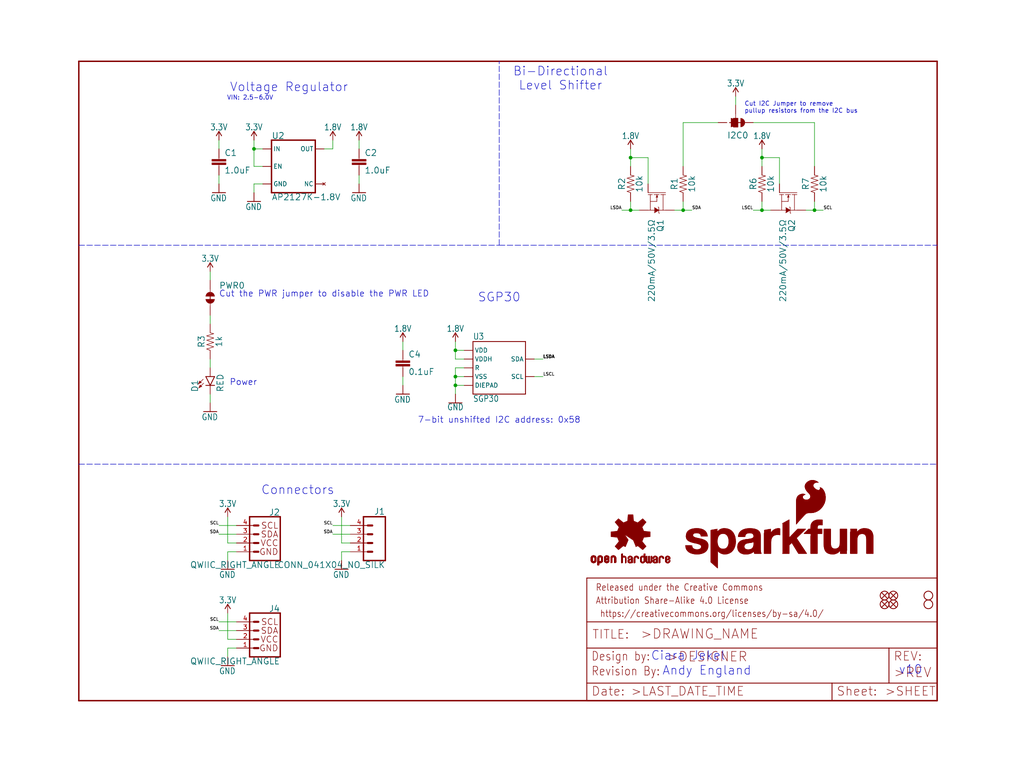
<source format=kicad_sch>
(kicad_sch (version 20211123) (generator eeschema)
  (paper "User" 297.002 223.926)
  (lib_symbols
    (symbol "eagleSchem-eagle-import:0.1UF-0603-25V-(+80{slash}-20%)"
      (property "Reference" "C" (at 1.524 2.921 0))
      (property "Value" "0.1UF-0603-25V-(+80{slash}-20%)" (at 1.524 -2.159 0))
      (symbol "0.1UF-0603-25V-(+80{slash}-20%)_1_0"
        (pin passive line (at 0 5.08 270) (length 2.54) (name "1") (number "1"))
        (pin passive line (at 0 -2.54 90) (length 2.54) (name "2") (number "2"))
      )
    )
    (symbol "eagleSchem-eagle-import:1.0UF-0603-16V-10%"
      (property "Reference" "C" (at 1.524 2.921 0))
      (property "Value" "1.0UF-0603-16V-10%" (at 1.524 -2.159 0))
      (symbol "1.0UF-0603-16V-10%_1_0"
        (pin passive line (at 0 5.08 270) (length 2.54) (name "1") (number "1"))
        (pin passive line (at 0 -2.54 90) (length 2.54) (name "2") (number "2"))
      )
    )
    (symbol "eagleSchem-eagle-import:1.8V" (power)
      (property "Value" "1.8V" (at 0 2.794 0))
      (symbol "1.8V_1_0"
        (pin power_in line (at 0 0 90) (length 2.54) (name "1.8V") (number "1"))
      )
    )
    (symbol "eagleSchem-eagle-import:10KOHM-0603-1{slash}10W-1%"
      (property "Reference" "R" (at 0 1.524 0))
      (property "Value" "10KOHM-0603-1{slash}10W-1%" (at 0 -1.524 0))
      (symbol "10KOHM-0603-1{slash}10W-1%_1_0"
        (pin passive line (at -5.08 0 0) (length 2.54) (name "1") (number "1"))
        (pin passive line (at 5.08 0 180) (length 2.54) (name "2") (number "2"))
      )
    )
    (symbol "eagleSchem-eagle-import:1KOHM-0603-1{slash}10W-1%"
      (property "Reference" "R" (at 0 1.524 0))
      (property "Value" "1KOHM-0603-1{slash}10W-1%" (at 0 -1.524 0))
      (symbol "1KOHM-0603-1{slash}10W-1%_1_0"
        (pin passive line (at -5.08 0 0) (length 2.54) (name "1") (number "1"))
        (pin passive line (at 5.08 0 180) (length 2.54) (name "2") (number "2"))
      )
    )
    (symbol "eagleSchem-eagle-import:3.3V" (power)
      (property "Value" "3.3V" (at 0 2.794 0))
      (symbol "3.3V_1_0"
        (pin power_in line (at 0 0 90) (length 2.54) (name "3.3V") (number "1"))
      )
    )
    (symbol "eagleSchem-eagle-import:CONN_041X04_NO_SILK"
      (property "Reference" "J" (at -5.08 8.128 0))
      (property "Value" "CONN_041X04_NO_SILK" (at -5.08 -7.366 0))
      (symbol "CONN_041X04_NO_SILK_1_0"
        (pin passive line (at 5.08 -2.54 180) (length 5.08) (name "1") (number "1"))
        (pin passive line (at 5.08 0 180) (length 5.08) (name "2") (number "2"))
        (pin passive line (at 5.08 2.54 180) (length 5.08) (name "3") (number "3"))
        (pin passive line (at 5.08 5.08 180) (length 5.08) (name "4") (number "4"))
      )
    )
    (symbol "eagleSchem-eagle-import:FIDUCIALUFIDUCIAL")
    (symbol "eagleSchem-eagle-import:FRAME-LETTER"
      (symbol "FRAME-LETTER_2_0"
        (text " https://creativecommons.org/licenses/by-sa/4.0/" (at 2.54 24.13 0) (effects (font (size 1.9304 1.6408)) (justify left bottom)))
        (text ">DESIGNER" (at 23.114 11.176 0) (effects (font (size 2.7432 2.7432)) (justify left bottom)))
        (text ">DRAWING_NAME" (at 15.494 17.78 0) (effects (font (size 2.7432 2.7432)) (justify left bottom)))
        (text ">LAST_DATE_TIME" (at 12.7 1.27 0) (effects (font (size 2.54 2.54)) (justify left bottom)))
        (text ">REV" (at 88.9 6.604 0) (effects (font (size 2.7432 2.7432)) (justify left bottom)))
        (text ">SHEET" (at 86.36 1.27 0) (effects (font (size 2.54 2.54)) (justify left bottom)))
        (text "Attribution Share-Alike 4.0 License" (at 2.54 27.94 0) (effects (font (size 1.9304 1.6408)) (justify left bottom)))
        (text "Date:" (at 1.27 1.27 0) (effects (font (size 2.54 2.54)) (justify left bottom)))
        (text "Design by:" (at 1.27 11.43 0) (effects (font (size 2.54 2.159)) (justify left bottom)))
        (text "Released under the Creative Commons" (at 2.54 31.75 0) (effects (font (size 1.9304 1.6408)) (justify left bottom)))
        (text "REV:" (at 88.9 11.43 0) (effects (font (size 2.54 2.54)) (justify left bottom)))
        (text "Sheet:" (at 72.39 1.27 0) (effects (font (size 2.54 2.54)) (justify left bottom)))
        (text "TITLE:" (at 1.524 17.78 0) (effects (font (size 2.54 2.54)) (justify left bottom)))
      )
    )
    (symbol "eagleSchem-eagle-import:GND" (power)
      (property "Value" "GND" (at 0 -0.254 0))
      (symbol "GND_1_0"
        (pin power_in line (at 0 2.54 270) (length 2.54) (name "GND") (number "1"))
      )
    )
    (symbol "eagleSchem-eagle-import:JUMPER-SMT_2_NC_TRACE_SILK"
      (property "Reference" "JP" (at -2.54 2.54 0))
      (property "Value" "JUMPER-SMT_2_NC_TRACE_SILK" (at -2.54 -2.54 0))
      (symbol "JUMPER-SMT_2_NC_TRACE_SILK_1_0"
        (pin passive line (at -5.08 0 0) (length 2.54) (name "1") (number "1"))
        (pin passive line (at 5.08 0 180) (length 2.54) (name "2") (number "2"))
      )
    )
    (symbol "eagleSchem-eagle-import:JUMPER-SMT_3_2-NC_TRACE_SILK"
      (property "Reference" "JP" (at 2.54 0.381 0))
      (property "Value" "JUMPER-SMT_3_2-NC_TRACE_SILK" (at 2.54 -0.381 0))
      (symbol "JUMPER-SMT_3_2-NC_TRACE_SILK_1_0"
        (pin passive line (at 0 5.08 270) (length 2.54) (name "1") (number "1"))
        (pin passive line (at -5.08 0 0) (length 2.54) (name "2") (number "2"))
        (pin passive line (at 0 -5.08 90) (length 2.54) (name "3") (number "3"))
      )
    )
    (symbol "eagleSchem-eagle-import:LED-RED0603"
      (property "Reference" "D" (at -3.429 -4.572 90))
      (property "Value" "LED-RED0603" (at 1.905 -4.572 90))
      (symbol "LED-RED0603_1_0"
        (pin passive line (at 0 2.54 270) (length 2.54) (name "A") (number "A"))
        (pin passive line (at 0 -5.08 90) (length 2.54) (name "C") (number "C"))
      )
    )
    (symbol "eagleSchem-eagle-import:MOSFET-NCH-BSS138"
      (property "Reference" "Q" (at 5.08 0 0))
      (property "Value" "MOSFET-NCH-BSS138" (at 5.08 -2.54 0))
      (symbol "MOSFET-NCH-BSS138_1_0"
        (pin bidirectional line (at -5.08 -2.54 0) (length 2.54) (name "G") (number "1"))
        (pin bidirectional line (at 2.54 -5.08 90) (length 2.54) (name "S") (number "2"))
        (pin bidirectional line (at 2.54 5.08 270) (length 2.54) (name "D") (number "3"))
      )
    )
    (symbol "eagleSchem-eagle-import:OSHW-LOGOS")
    (symbol "eagleSchem-eagle-import:QWIIC_CONNECTORJS-1MM"
      (property "Reference" "J" (at -5.08 7.874 0))
      (property "Value" "QWIIC_CONNECTORJS-1MM" (at -5.08 -5.334 0))
      (symbol "QWIIC_CONNECTORJS-1MM_1_0"
        (text "GND" (at -4.572 -2.54 0) (effects (font (size 1.778 1.778)) (justify left)))
        (text "SCL" (at -4.572 5.08 0) (effects (font (size 1.778 1.778)) (justify left)))
        (text "SDA" (at -4.572 2.54 0) (effects (font (size 1.778 1.778)) (justify left)))
        (text "VCC" (at -4.572 0 0) (effects (font (size 1.778 1.778)) (justify left)))
        (pin power_in line (at 7.62 -2.54 180) (length 5.08) (name "1") (number "1"))
        (pin power_in line (at 7.62 0 180) (length 5.08) (name "2") (number "2"))
        (pin passive line (at 7.62 2.54 180) (length 5.08) (name "3") (number "3"))
        (pin passive line (at 7.62 5.08 180) (length 5.08) (name "4") (number "4"))
      )
    )
    (symbol "eagleSchem-eagle-import:REVISION"
      (symbol "REVISION_1_0"
        (text "Revision By: " (at 0 0 0) (effects (font (size 2.54 2.159)) (justify left bottom)))
      )
    )
    (symbol "eagleSchem-eagle-import:SFE_LOGO_NAME_FLAME.1_INCH")
    (symbol "eagleSchem-eagle-import:SGP30"
      (property "Reference" "U" (at -7.62 8.128 0))
      (property "Value" "SGP30" (at -7.62 -9.906 0))
      (symbol "SGP30_1_0"
        (pin bidirectional line (at -10.16 5.08 0) (length 2.54) (name "VDD") (number "1"))
        (pin bidirectional line (at -10.16 -2.54 0) (length 2.54) (name "VSS") (number "2"))
        (pin bidirectional line (at 10.16 2.54 180) (length 2.54) (name "SDA") (number "3"))
        (pin bidirectional line (at -10.16 0 0) (length 2.54) (name "R") (number "4"))
        (pin bidirectional line (at -10.16 2.54 0) (length 2.54) (name "VDDH") (number "5"))
        (pin bidirectional line (at 10.16 -2.54 180) (length 2.54) (name "SCL") (number "6"))
        (pin bidirectional line (at -10.16 -5.08 0) (length 2.54) (name "DIEPAD") (number "DIEPAD"))
      )
    )
    (symbol "eagleSchem-eagle-import:STAND-OFF")
    (symbol "eagleSchem-eagle-import:V_REG_AP2127K-1.8V"
      (property "Reference" "U" (at -7.62 7.874 0))
      (property "Value" "V_REG_AP2127K-1.8V" (at -7.62 -7.874 0))
      (symbol "V_REG_AP2127K-1.8V_1_0"
        (pin input line (at -10.16 5.08 0) (length 2.54) (name "IN") (number "1"))
        (pin input line (at -10.16 -5.08 0) (length 2.54) (name "GND") (number "2"))
        (pin input line (at -10.16 0 0) (length 2.54) (name "EN") (number "3"))
        (pin no_connect line (at 7.62 -5.08 180) (length 2.54) (name "NC") (number "4"))
        (pin passive line (at 7.62 5.08 180) (length 2.54) (name "OUT") (number "5"))
      )
    )
  )
  (junction (at 132.08 109.22))
  (junction (at 236.22 60.96))
  (junction (at 182.88 60.96))
  (junction (at 220.98 45.72))
  (junction (at 220.98 60.96))
  (junction (at 198.12 60.96))
  (junction (at 132.08 111.76))
  (junction (at 73.66 43.18))
  (junction (at 182.88 45.72))
  (junction (at 132.08 101.6))
  (wire (pts (xy 73.66 53.34) (xy 76.2 53.34)))
  (wire (pts (xy 101.6 157.48) (xy 99.06 157.48)))
  (wire (pts (xy 134.62 104.14) (xy 132.08 104.14)))
  (wire (pts (xy 187.96 45.72) (xy 182.88 45.72)))
  (wire (pts (xy 198.12 60.96) (xy 198.12 58.42)))
  (wire (pts (xy 101.6 152.4) (xy 96.52 152.4)))
  (wire (pts (xy 236.22 60.96) (xy 233.68 60.96)))
  (wire (pts (xy 66.04 187.96) (xy 66.04 190.5)))
  (wire (pts (xy 60.96 116.84) (xy 60.96 114.3)))
  (wire (pts (xy 68.58 182.88) (xy 63.5 182.88)))
  (wire (pts (xy 68.58 157.48) (xy 66.04 157.48)))
  (wire (pts (xy 66.04 160.02) (xy 66.04 162.56)))
  (wire (pts (xy 182.88 60.96) (xy 180.34 60.96)))
  (polyline (pts (xy 144.78 71.12) (xy 144.78 17.78)))
  (wire (pts (xy 198.12 35.56) (xy 208.28 35.56)))
  (wire (pts (xy 187.96 53.34) (xy 187.96 45.72)))
  (wire (pts (xy 182.88 58.42) (xy 182.88 60.96)))
  (wire (pts (xy 99.06 160.02) (xy 99.06 162.56)))
  (wire (pts (xy 116.84 101.6) (xy 116.84 99.06)))
  (wire (pts (xy 104.14 43.18) (xy 104.14 40.64)))
  (wire (pts (xy 60.96 93.98) (xy 60.96 91.44)))
  (wire (pts (xy 236.22 35.56) (xy 236.22 48.26)))
  (wire (pts (xy 73.66 55.88) (xy 73.66 53.34)))
  (wire (pts (xy 134.62 109.22) (xy 132.08 109.22)))
  (wire (pts (xy 220.98 58.42) (xy 220.98 60.96)))
  (wire (pts (xy 132.08 109.22) (xy 132.08 111.76)))
  (wire (pts (xy 101.6 160.02) (xy 99.06 160.02)))
  (wire (pts (xy 226.06 45.72) (xy 220.98 45.72)))
  (wire (pts (xy 195.58 60.96) (xy 198.12 60.96)))
  (polyline (pts (xy 144.78 71.12) (xy 271.78 71.12)))
  (wire (pts (xy 220.98 60.96) (xy 218.44 60.96)))
  (wire (pts (xy 182.88 45.72) (xy 182.88 43.18)))
  (wire (pts (xy 213.36 27.94) (xy 213.36 30.48)))
  (wire (pts (xy 76.2 43.18) (xy 73.66 43.18)))
  (wire (pts (xy 154.94 109.22) (xy 157.48 109.22)))
  (wire (pts (xy 132.08 111.76) (xy 132.08 114.3)))
  (wire (pts (xy 198.12 60.96) (xy 200.66 60.96)))
  (wire (pts (xy 134.62 111.76) (xy 132.08 111.76)))
  (wire (pts (xy 154.94 104.14) (xy 157.48 104.14)))
  (wire (pts (xy 101.6 154.94) (xy 96.52 154.94)))
  (wire (pts (xy 68.58 160.02) (xy 66.04 160.02)))
  (wire (pts (xy 73.66 43.18) (xy 73.66 40.64)))
  (wire (pts (xy 182.88 60.96) (xy 185.42 60.96)))
  (wire (pts (xy 116.84 109.22) (xy 116.84 111.76)))
  (wire (pts (xy 132.08 106.68) (xy 132.08 109.22)))
  (wire (pts (xy 99.06 157.48) (xy 99.06 149.86)))
  (wire (pts (xy 63.5 50.8) (xy 63.5 53.34)))
  (wire (pts (xy 68.58 187.96) (xy 66.04 187.96)))
  (wire (pts (xy 68.58 152.4) (xy 63.5 152.4)))
  (wire (pts (xy 198.12 48.26) (xy 198.12 35.56)))
  (wire (pts (xy 220.98 45.72) (xy 220.98 48.26)))
  (polyline (pts (xy 22.86 134.62) (xy 271.78 134.62)))
  (wire (pts (xy 63.5 43.18) (xy 63.5 40.64)))
  (wire (pts (xy 104.14 50.8) (xy 104.14 53.34)))
  (polyline (pts (xy 22.86 71.12) (xy 144.78 71.12)))
  (wire (pts (xy 220.98 45.72) (xy 220.98 43.18)))
  (wire (pts (xy 66.04 157.48) (xy 66.04 149.86)))
  (wire (pts (xy 132.08 101.6) (xy 134.62 101.6)))
  (wire (pts (xy 218.44 35.56) (xy 236.22 35.56)))
  (wire (pts (xy 60.96 106.68) (xy 60.96 104.14)))
  (wire (pts (xy 182.88 45.72) (xy 182.88 48.26)))
  (wire (pts (xy 76.2 48.26) (xy 73.66 48.26)))
  (wire (pts (xy 93.98 43.18) (xy 96.52 43.18)))
  (wire (pts (xy 68.58 180.34) (xy 63.5 180.34)))
  (wire (pts (xy 236.22 58.42) (xy 236.22 60.96)))
  (wire (pts (xy 73.66 48.26) (xy 73.66 43.18)))
  (wire (pts (xy 132.08 104.14) (xy 132.08 101.6)))
  (wire (pts (xy 134.62 106.68) (xy 132.08 106.68)))
  (wire (pts (xy 226.06 53.34) (xy 226.06 45.72)))
  (wire (pts (xy 220.98 60.96) (xy 223.52 60.96)))
  (wire (pts (xy 236.22 60.96) (xy 238.76 60.96)))
  (wire (pts (xy 60.96 81.28) (xy 60.96 78.74)))
  (wire (pts (xy 68.58 185.42) (xy 66.04 185.42)))
  (wire (pts (xy 132.08 101.6) (xy 132.08 99.06)))
  (wire (pts (xy 68.58 154.94) (xy 63.5 154.94)))
  (wire (pts (xy 96.52 43.18) (xy 96.52 40.64)))
  (wire (pts (xy 66.04 185.42) (xy 66.04 177.8)))
  (text "Power" (at 66.548 112.014 180) (effects (font (size 1.778 1.778)) (justify left bottom)))
  (text "SGP30" (at 144.78 86.36 180) (effects (font (size 2.54 2.54))))
  (text "Voltage Regulator" (at 83.82 25.4 180) (effects (font (size 2.54 2.54))))
  (text "Andy England" (at 192.024 196.088 180) (effects (font (size 2.54 2.54)) (justify left bottom)))
  (text "7-bit unshifted I2C address: 0x58" (at 144.78 121.92 180) (effects (font (size 1.778 1.778))))
  (text "Bi-Directional\nLevel Shifter" (at 162.56 22.86 180) (effects (font (size 2.54 2.54))))
  (text "Connectors" (at 86.36 142.24 180) (effects (font (size 2.54 2.54))))
  (text "VIN: 2.5-6.0V" (at 65.786 29.21 180) (effects (font (size 1.27 1.27)) (justify left bottom)))
  (text "v10" (at 260.604 195.834 180) (effects (font (size 2.54 2.54)) (justify left bottom)))
  (text "Cut I2C Jumper to remove\npullup resistors from the I2C bus" (at 215.9 33.02 0) (effects (font (size 1.27 1.27)) (justify left bottom)))
  (text "Cut the PWR jumper to disable the PWR LED" (at 63.5 86.36 180) (effects (font (size 1.778 1.778)) (justify left bottom)))
  (text "Ciara Jekel" (at 188.722 191.77 180) (effects (font (size 2.54 2.54)) (justify left bottom)))
  (label "SCL" (at 63.5 180.34 180) (effects (font (size 0.889 0.889))))
  (label "SDA" (at 63.5 154.94 180) (effects (font (size 0.889 0.889))))
  (label "LSCL" (at 218.44 60.96 180) (effects (font (size 0.889 0.889))))
  (label "LSDA" (at 157.48 104.14 0) (effects (font (size 0.889 0.889))))
  (label "SDA" (at 200.66 60.96 0) (effects (font (size 0.889 0.889))))
  (label "LSDA" (at 157.48 104.14 0) (effects (font (size 0.889 0.889))))
  (label "SDA" (at 63.5 182.88 180) (effects (font (size 0.889 0.889))))
  (label "SCL" (at 63.5 152.4 180) (effects (font (size 0.889 0.889))))
  (label "LSDA" (at 157.48 104.14 0) (effects (font (size 0.889 0.889))))
  (label "SCL" (at 238.76 60.96 0) (effects (font (size 0.889 0.889))))
  (label "LSDA" (at 157.48 104.14 0) (effects (font (size 0.889 0.889))))
  (label "SDA" (at 96.52 154.94 180) (effects (font (size 0.889 0.889))))
  (label "LSCL" (at 157.48 109.22 0) (effects (font (size 0.889 0.889))))
  (label "LSDA" (at 180.34 60.96 180) (effects (font (size 0.889 0.889))))
  (label "SCL" (at 96.52 152.4 180) (effects (font (size 0.889 0.889))))
  (label "LSDA" (at 157.48 104.14 0) (effects (font (size 0.889 0.889))))
  (symbol (lib_id "eagleSchem-eagle-import:GND") (at 73.66 58.42 0) (unit 1)
    (property "Reference" "#GND2" (effects hide))
    (property "Value" "GND" (at 71.12 60.96 0) (effects (font (size 1.778 1.5113)) (justify left bottom)))
    (property "Footprint" "eagleSchem:" (effects hide))
  )
  (symbol (lib_id "eagleSchem-eagle-import:SFE_LOGO_NAME_FLAME.1_INCH") (at 198.12 165.1 0) (unit 1)
    (property "Reference" "LOGO4" (effects hide))
    (property "Value" "SFE_LOGO_NAME_FLAME.1_INCH" (effects hide))
    (property "Footprint" "eagleSchem:SFE_LOGO_NAME_FLAME_.1" (effects hide))
  )
  (symbol (lib_id "eagleSchem-eagle-import:JUMPER-SMT_2_NC_TRACE_SILK") (at 60.96 86.36 90) (unit 1)
    (property "Reference" "PWR0" (at 63.5 83.82 90) (effects (font (size 1.778 1.778)) (justify right top)))
    (property "Value" "JUMPER-SMT_2_NC_TRACE_SILK" (effects hide))
    (property "Footprint" "eagleSchem:SMT-JUMPER_2_NC_TRACE_SILK" (effects hide))
  )
  (symbol (lib_id "eagleSchem-eagle-import:1.8V") (at 104.14 40.64 0) (unit 1)
    (property "Reference" "#SUPPLY14" (effects hide))
    (property "Value" "1.8V" (at 104.14 37.846 0) (effects (font (size 1.778 1.5113)) (justify bottom)))
    (property "Footprint" "eagleSchem:" (effects hide))
  )
  (symbol (lib_id "eagleSchem-eagle-import:STAND-OFF") (at 269.24 172.72 0) (unit 1)
    (property "Reference" "JP3" (effects hide))
    (property "Value" "STAND-OFF" (effects hide))
    (property "Footprint" "eagleSchem:STAND-OFF" (effects hide))
  )
  (symbol (lib_id "eagleSchem-eagle-import:QWIIC_CONNECTORJS-1MM") (at 76.2 157.48 0) (mirror y) (unit 1)
    (property "Reference" "J2" (at 81.28 149.606 0) (effects (font (size 1.778 1.778)) (justify left bottom)))
    (property "Value" "QWIIC_RIGHT_ANGLE" (at 81.28 162.814 0) (effects (font (size 1.778 1.778)) (justify left top)))
    (property "Footprint" "eagleSchem:JST04_1MM_RA" (effects hide))
  )
  (symbol (lib_id "eagleSchem-eagle-import:FRAME-LETTER") (at 22.86 203.2 0) (unit 1)
    (property "Reference" "FRAME1" (effects hide))
    (property "Value" "FRAME-LETTER" (effects hide))
    (property "Footprint" "eagleSchem:CREATIVE_COMMONS" (effects hide))
  )
  (symbol (lib_id "eagleSchem-eagle-import:1.0UF-0603-16V-10%") (at 63.5 48.26 0) (unit 1)
    (property "Reference" "C1" (at 65.024 45.339 0) (effects (font (size 1.778 1.778)) (justify left bottom)))
    (property "Value" "1.0uF" (at 65.024 50.419 0) (effects (font (size 1.778 1.778)) (justify left bottom)))
    (property "Footprint" "eagleSchem:0603" (effects hide))
  )
  (symbol (lib_id "eagleSchem-eagle-import:10KOHM-0603-1{slash}10W-1%") (at 236.22 53.34 90) (unit 1)
    (property "Reference" "R7" (at 234.696 53.34 0) (effects (font (size 1.778 1.778)) (justify bottom)))
    (property "Value" "10k" (at 237.744 53.34 0) (effects (font (size 1.778 1.778)) (justify top)))
    (property "Footprint" "eagleSchem:0603" (effects hide))
  )
  (symbol (lib_id "eagleSchem-eagle-import:1.8V") (at 96.52 40.64 0) (unit 1)
    (property "Reference" "#SUPPLY5" (effects hide))
    (property "Value" "1.8V" (at 96.52 37.846 0) (effects (font (size 1.778 1.5113)) (justify bottom)))
    (property "Footprint" "eagleSchem:" (effects hide))
  )
  (symbol (lib_id "eagleSchem-eagle-import:1.0UF-0603-16V-10%") (at 104.14 48.26 0) (unit 1)
    (property "Reference" "C2" (at 105.664 45.339 0) (effects (font (size 1.778 1.778)) (justify left bottom)))
    (property "Value" "1.0uF" (at 105.664 50.419 0) (effects (font (size 1.778 1.778)) (justify left bottom)))
    (property "Footprint" "eagleSchem:0603" (effects hide))
  )
  (symbol (lib_id "eagleSchem-eagle-import:V_REG_AP2127K-1.8V") (at 86.36 48.26 0) (unit 1)
    (property "Reference" "U2" (at 78.74 40.386 0) (effects (font (size 1.778 1.778)) (justify left bottom)))
    (property "Value" "AP2127K-1.8V" (at 78.74 56.134 0) (effects (font (size 1.778 1.778)) (justify left top)))
    (property "Footprint" "eagleSchem:SOT23-5" (effects hide))
  )
  (symbol (lib_id "eagleSchem-eagle-import:JUMPER-SMT_3_2-NC_TRACE_SILK") (at 213.36 35.56 270) (unit 1)
    (property "Reference" "I2C0" (at 210.82 40.259 90) (effects (font (size 1.778 1.778)) (justify left bottom)))
    (property "Value" "JUMPER-SMT_3_2-NC_TRACE_SILK" (effects hide))
    (property "Footprint" "eagleSchem:SMT-JUMPER_3_2-NC_TRACE_SILK" (effects hide))
  )
  (symbol (lib_id "eagleSchem-eagle-import:3.3V") (at 60.96 78.74 0) (unit 1)
    (property "Reference" "#SUPPLY10" (effects hide))
    (property "Value" "3.3V" (at 60.96 75.946 0) (effects (font (size 1.778 1.5113)) (justify bottom)))
    (property "Footprint" "eagleSchem:" (effects hide))
  )
  (symbol (lib_id "eagleSchem-eagle-import:MOSFET-NCH-BSS138") (at 228.6 58.42 270) (unit 1)
    (property "Reference" "Q2" (at 228.6 63.5 0) (effects (font (size 1.778 1.778)) (justify left bottom)))
    (property "Value" "220mA/50V/3.5Ω" (at 226.06 63.5 0) (effects (font (size 1.778 1.778)) (justify left bottom)))
    (property "Footprint" "eagleSchem:SOT23-3" (effects hide))
  )
  (symbol (lib_id "eagleSchem-eagle-import:1.8V") (at 116.84 99.06 0) (unit 1)
    (property "Reference" "#SUPPLY2" (effects hide))
    (property "Value" "1.8V" (at 116.84 96.266 0) (effects (font (size 1.778 1.5113)) (justify bottom)))
    (property "Footprint" "eagleSchem:" (effects hide))
  )
  (symbol (lib_id "eagleSchem-eagle-import:GND") (at 132.08 116.84 0) (unit 1)
    (property "Reference" "#GND1" (effects hide))
    (property "Value" "GND" (at 132.08 117.094 0) (effects (font (size 1.778 1.5113)) (justify top)))
    (property "Footprint" "eagleSchem:" (effects hide))
  )
  (symbol (lib_id "eagleSchem-eagle-import:1KOHM-0603-1{slash}10W-1%") (at 60.96 99.06 90) (unit 1)
    (property "Reference" "R3" (at 59.436 99.06 0) (effects (font (size 1.778 1.778)) (justify bottom)))
    (property "Value" "1k" (at 62.484 99.06 0) (effects (font (size 1.778 1.778)) (justify top)))
    (property "Footprint" "eagleSchem:0603" (effects hide))
  )
  (symbol (lib_id "eagleSchem-eagle-import:SFE_LOGO_NAME_FLAME.1_INCH") (at 198.12 165.1 0) (unit 1)
    (property "Reference" "LOGO3" (effects hide))
    (property "Value" "SFE_LOGO_NAME_FLAME.1_INCH" (effects hide))
    (property "Footprint" "eagleSchem:SFE_LOGO_NAME_FLAME_.1" (effects hide))
  )
  (symbol (lib_id "eagleSchem-eagle-import:10KOHM-0603-1{slash}10W-1%") (at 220.98 53.34 90) (unit 1)
    (property "Reference" "R6" (at 219.456 53.34 0) (effects (font (size 1.778 1.778)) (justify bottom)))
    (property "Value" "10k" (at 222.504 53.34 0) (effects (font (size 1.778 1.778)) (justify top)))
    (property "Footprint" "eagleSchem:0603" (effects hide))
  )
  (symbol (lib_id "eagleSchem-eagle-import:1.8V") (at 182.88 43.18 0) (unit 1)
    (property "Reference" "#SUPPLY12" (effects hide))
    (property "Value" "1.8V" (at 182.88 40.386 0) (effects (font (size 1.778 1.5113)) (justify bottom)))
    (property "Footprint" "eagleSchem:" (effects hide))
  )
  (symbol (lib_id "eagleSchem-eagle-import:GND") (at 104.14 55.88 0) (unit 1)
    (property "Reference" "#GND9" (effects hide))
    (property "Value" "GND" (at 101.6 58.42 0) (effects (font (size 1.778 1.5113)) (justify left bottom)))
    (property "Footprint" "eagleSchem:" (effects hide))
  )
  (symbol (lib_id "eagleSchem-eagle-import:GND") (at 66.04 165.1 0) (unit 1)
    (property "Reference" "#GND6" (effects hide))
    (property "Value" "GND" (at 63.5 167.64 0) (effects (font (size 1.778 1.5113)) (justify left bottom)))
    (property "Footprint" "eagleSchem:" (effects hide))
  )
  (symbol (lib_id "eagleSchem-eagle-import:CONN_041X04_NO_SILK") (at 106.68 157.48 0) (mirror y) (unit 1)
    (property "Reference" "J1" (at 111.76 149.352 0) (effects (font (size 1.778 1.778)) (justify left bottom)))
    (property "Value" "CONN_041X04_NO_SILK" (at 111.76 164.846 0) (effects (font (size 1.778 1.778)) (justify left bottom)))
    (property "Footprint" "eagleSchem:1X04_NO_SILK" (effects hide))
  )
  (symbol (lib_id "eagleSchem-eagle-import:LED-RED0603") (at 60.96 109.22 0) (unit 1)
    (property "Reference" "D1" (at 57.531 113.792 90) (effects (font (size 1.778 1.778)) (justify left bottom)))
    (property "Value" "RED" (at 62.865 113.792 90) (effects (font (size 1.778 1.778)) (justify left top)))
    (property "Footprint" "eagleSchem:LED-0603" (effects hide))
  )
  (symbol (lib_id "eagleSchem-eagle-import:GND") (at 63.5 55.88 0) (unit 1)
    (property "Reference" "#GND5" (effects hide))
    (property "Value" "GND" (at 60.96 58.42 0) (effects (font (size 1.778 1.5113)) (justify left bottom)))
    (property "Footprint" "eagleSchem:" (effects hide))
  )
  (symbol (lib_id "eagleSchem-eagle-import:GND") (at 66.04 193.04 0) (unit 1)
    (property "Reference" "#GND8" (effects hide))
    (property "Value" "GND" (at 63.5 195.58 0) (effects (font (size 1.778 1.5113)) (justify left bottom)))
    (property "Footprint" "eagleSchem:" (effects hide))
  )
  (symbol (lib_id "eagleSchem-eagle-import:OSHW-LOGOS") (at 182.88 154.94 0) (unit 1)
    (property "Reference" "LOGO5" (effects hide))
    (property "Value" "OSHW-LOGOS" (effects hide))
    (property "Footprint" "eagleSchem:OSHW-LOGO-S" (effects hide))
  )
  (symbol (lib_id "eagleSchem-eagle-import:FIDUCIALUFIDUCIAL") (at 256.54 175.26 0) (unit 1)
    (property "Reference" "JP5" (effects hide))
    (property "Value" "FIDUCIALUFIDUCIAL" (effects hide))
    (property "Footprint" "eagleSchem:MICRO-FIDUCIAL" (effects hide))
  )
  (symbol (lib_id "eagleSchem-eagle-import:3.3V") (at 66.04 149.86 0) (unit 1)
    (property "Reference" "#SUPPLY4" (effects hide))
    (property "Value" "3.3V" (at 66.04 147.066 0) (effects (font (size 1.778 1.5113)) (justify bottom)))
    (property "Footprint" "eagleSchem:" (effects hide))
  )
  (symbol (lib_id "eagleSchem-eagle-import:STAND-OFF") (at 269.24 175.26 0) (unit 1)
    (property "Reference" "JP4" (effects hide))
    (property "Value" "STAND-OFF" (effects hide))
    (property "Footprint" "eagleSchem:STAND-OFF" (effects hide))
  )
  (symbol (lib_id "eagleSchem-eagle-import:REVISION") (at 171.45 196.088 0) (unit 1)
    (property "Reference" "LOGO2" (effects hide))
    (property "Value" "REVISION" (effects hide))
    (property "Footprint" "eagleSchem:REVISION" (effects hide))
  )
  (symbol (lib_id "eagleSchem-eagle-import:3.3V") (at 66.04 177.8 0) (unit 1)
    (property "Reference" "#SUPPLY8" (effects hide))
    (property "Value" "3.3V" (at 66.04 175.006 0) (effects (font (size 1.778 1.5113)) (justify bottom)))
    (property "Footprint" "eagleSchem:" (effects hide))
  )
  (symbol (lib_id "eagleSchem-eagle-import:FRAME-LETTER") (at 170.18 203.2 0) (unit 2)
    (property "Reference" "FRAME1" (effects hide))
    (property "Value" "FRAME-LETTER" (effects hide))
    (property "Footprint" "eagleSchem:CREATIVE_COMMONS" (effects hide))
  )
  (symbol (lib_id "eagleSchem-eagle-import:GND") (at 60.96 119.38 0) (unit 1)
    (property "Reference" "#GND3" (effects hide))
    (property "Value" "GND" (at 58.42 121.92 0) (effects (font (size 1.778 1.5113)) (justify left bottom)))
    (property "Footprint" "eagleSchem:" (effects hide))
  )
  (symbol (lib_id "eagleSchem-eagle-import:GND") (at 116.84 114.3 0) (unit 1)
    (property "Reference" "#GND4" (effects hide))
    (property "Value" "GND" (at 114.3 116.84 0) (effects (font (size 1.778 1.5113)) (justify left bottom)))
    (property "Footprint" "eagleSchem:" (effects hide))
  )
  (symbol (lib_id "eagleSchem-eagle-import:QWIIC_CONNECTORJS-1MM") (at 76.2 185.42 0) (mirror y) (unit 1)
    (property "Reference" "J4" (at 81.28 177.546 0) (effects (font (size 1.778 1.778)) (justify left bottom)))
    (property "Value" "QWIIC_RIGHT_ANGLE" (at 81.28 190.754 0) (effects (font (size 1.778 1.778)) (justify left top)))
    (property "Footprint" "eagleSchem:JST04_1MM_RA" (effects hide))
  )
  (symbol (lib_id "eagleSchem-eagle-import:MOSFET-NCH-BSS138") (at 190.5 58.42 270) (unit 1)
    (property "Reference" "Q1" (at 190.5 63.5 0) (effects (font (size 1.778 1.778)) (justify left bottom)))
    (property "Value" "220mA/50V/3.5Ω" (at 187.96 63.5 0) (effects (font (size 1.778 1.778)) (justify left bottom)))
    (property "Footprint" "eagleSchem:SOT23-3" (effects hide))
  )
  (symbol (lib_id "eagleSchem-eagle-import:0.1UF-0603-25V-(+80{slash}-20%)") (at 116.84 106.68 0) (unit 1)
    (property "Reference" "C4" (at 118.364 103.759 0) (effects (font (size 1.778 1.778)) (justify left bottom)))
    (property "Value" "0.1uF" (at 118.364 108.839 0) (effects (font (size 1.778 1.778)) (justify left bottom)))
    (property "Footprint" "eagleSchem:0603" (effects hide))
  )
  (symbol (lib_id "eagleSchem-eagle-import:10KOHM-0603-1{slash}10W-1%") (at 198.12 53.34 90) (unit 1)
    (property "Reference" "R1" (at 196.596 53.34 0) (effects (font (size 1.778 1.778)) (justify bottom)))
    (property "Value" "10k" (at 199.644 53.34 0) (effects (font (size 1.778 1.778)) (justify top)))
    (property "Footprint" "eagleSchem:0603" (effects hide))
  )
  (symbol (lib_id "eagleSchem-eagle-import:FIDUCIALUFIDUCIAL") (at 256.54 172.72 0) (unit 1)
    (property "Reference" "JP2" (effects hide))
    (property "Value" "FIDUCIALUFIDUCIAL" (effects hide))
    (property "Footprint" "eagleSchem:MICRO-FIDUCIAL" (effects hide))
  )
  (symbol (lib_id "eagleSchem-eagle-import:3.3V") (at 213.36 27.94 0) (unit 1)
    (property "Reference" "#SUPPLY9" (effects hide))
    (property "Value" "3.3V" (at 213.36 25.146 0) (effects (font (size 1.778 1.5113)) (justify bottom)))
    (property "Footprint" "eagleSchem:" (effects hide))
  )
  (symbol (lib_id "eagleSchem-eagle-import:GND") (at 99.06 165.1 0) (unit 1)
    (property "Reference" "#GND7" (effects hide))
    (property "Value" "GND" (at 96.52 167.64 0) (effects (font (size 1.778 1.5113)) (justify left bottom)))
    (property "Footprint" "eagleSchem:" (effects hide))
  )
  (symbol (lib_id "eagleSchem-eagle-import:FIDUCIALUFIDUCIAL") (at 259.08 172.72 0) (unit 1)
    (property "Reference" "JP6" (effects hide))
    (property "Value" "FIDUCIALUFIDUCIAL" (effects hide))
    (property "Footprint" "eagleSchem:MICRO-FIDUCIAL" (effects hide))
  )
  (symbol (lib_id "eagleSchem-eagle-import:1.8V") (at 220.98 43.18 0) (unit 1)
    (property "Reference" "#SUPPLY13" (effects hide))
    (property "Value" "1.8V" (at 220.98 40.386 0) (effects (font (size 1.778 1.5113)) (justify bottom)))
    (property "Footprint" "eagleSchem:" (effects hide))
  )
  (symbol (lib_id "eagleSchem-eagle-import:3.3V") (at 73.66 40.64 0) (unit 1)
    (property "Reference" "#SUPPLY3" (effects hide))
    (property "Value" "3.3V" (at 73.66 37.846 0) (effects (font (size 1.778 1.5113)) (justify bottom)))
    (property "Footprint" "eagleSchem:" (effects hide))
  )
  (symbol (lib_id "eagleSchem-eagle-import:1.8V") (at 132.08 99.06 0) (unit 1)
    (property "Reference" "#SUPPLY1" (effects hide))
    (property "Value" "1.8V" (at 132.08 96.266 0) (effects (font (size 1.778 1.5113)) (justify bottom)))
    (property "Footprint" "eagleSchem:" (effects hide))
  )
  (symbol (lib_id "eagleSchem-eagle-import:3.3V") (at 63.5 40.64 0) (unit 1)
    (property "Reference" "#SUPPLY6" (effects hide))
    (property "Value" "3.3V" (at 63.5 37.846 0) (effects (font (size 1.778 1.5113)) (justify bottom)))
    (property "Footprint" "eagleSchem:" (effects hide))
  )
  (symbol (lib_id "eagleSchem-eagle-import:SGP30") (at 144.78 106.68 0) (unit 1)
    (property "Reference" "U3" (at 137.16 98.552 0) (effects (font (size 1.778 1.5113)) (justify left bottom)))
    (property "Value" "SGP30" (at 137.16 116.586 0) (effects (font (size 1.778 1.5113)) (justify left bottom)))
    (property "Footprint" "eagleSchem:SGP30" (effects hide))
  )
  (symbol (lib_id "eagleSchem-eagle-import:FIDUCIALUFIDUCIAL") (at 259.08 175.26 0) (unit 1)
    (property "Reference" "JP1" (effects hide))
    (property "Value" "FIDUCIALUFIDUCIAL" (effects hide))
    (property "Footprint" "eagleSchem:MICRO-FIDUCIAL" (effects hide))
  )
  (symbol (lib_id "eagleSchem-eagle-import:10KOHM-0603-1{slash}10W-1%") (at 182.88 53.34 90) (unit 1)
    (property "Reference" "R2" (at 181.356 53.34 0) (effects (font (size 1.778 1.778)) (justify bottom)))
    (property "Value" "10k" (at 184.404 53.34 0) (effects (font (size 1.778 1.778)) (justify top)))
    (property "Footprint" "eagleSchem:0603" (effects hide))
  )
  (symbol (lib_id "eagleSchem-eagle-import:3.3V") (at 99.06 149.86 0) (unit 1)
    (property "Reference" "#SUPPLY7" (effects hide))
    (property "Value" "3.3V" (at 99.06 147.066 0) (effects (font (size 1.778 1.5113)) (justify bottom)))
    (property "Footprint" "eagleSchem:" (effects hide))
  )
)
</source>
